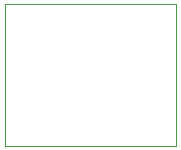
<source format=gbr>
G04 #@! TF.GenerationSoftware,KiCad,Pcbnew,(5.1.2)-2*
G04 #@! TF.CreationDate,2019-10-19T20:06:56+02:00*
G04 #@! TF.ProjectId,PlayStation 1 Reset Mod,506c6179-5374-4617-9469-6f6e20312052,rev?*
G04 #@! TF.SameCoordinates,Original*
G04 #@! TF.FileFunction,Profile,NP*
%FSLAX46Y46*%
G04 Gerber Fmt 4.6, Leading zero omitted, Abs format (unit mm)*
G04 Created by KiCad (PCBNEW (5.1.2)-2) date 2019-10-19 20:06:56*
%MOMM*%
%LPD*%
G04 APERTURE LIST*
%ADD10C,0.100000*%
G04 APERTURE END LIST*
D10*
X140450000Y-84200000D02*
X125950000Y-84200000D01*
X140450000Y-96206000D02*
X140450000Y-84200000D01*
X125950000Y-96206000D02*
X140450000Y-96206000D01*
X125950000Y-84200000D02*
X125950000Y-96206000D01*
M02*

</source>
